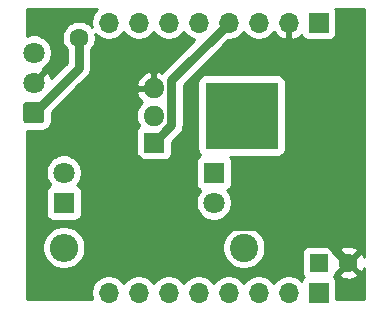
<source format=gbr>
%TF.GenerationSoftware,KiCad,Pcbnew,(5.1.7)-1*%
%TF.CreationDate,2020-12-07T09:32:12+01:00*%
%TF.ProjectId,RcOid,52634f69-642e-46b6-9963-61645f706362,1*%
%TF.SameCoordinates,Original*%
%TF.FileFunction,Copper,L2,Bot*%
%TF.FilePolarity,Positive*%
%FSLAX46Y46*%
G04 Gerber Fmt 4.6, Leading zero omitted, Abs format (unit mm)*
G04 Created by KiCad (PCBNEW (5.1.7)-1) date 2020-12-07 09:32:12*
%MOMM*%
%LPD*%
G01*
G04 APERTURE LIST*
%TA.AperFunction,ComponentPad*%
%ADD10O,1.800000X1.717500*%
%TD*%
%TA.AperFunction,ComponentPad*%
%ADD11R,1.800000X1.717500*%
%TD*%
%TA.AperFunction,SMDPad,CuDef*%
%ADD12R,6.200000X5.700000*%
%TD*%
%TA.AperFunction,ComponentPad*%
%ADD13C,1.800000*%
%TD*%
%TA.AperFunction,ComponentPad*%
%ADD14R,1.800000X1.800000*%
%TD*%
%TA.AperFunction,ComponentPad*%
%ADD15R,1.600000X1.600000*%
%TD*%
%TA.AperFunction,ComponentPad*%
%ADD16C,1.600000*%
%TD*%
%TA.AperFunction,ComponentPad*%
%ADD17R,1.700000X1.700000*%
%TD*%
%TA.AperFunction,ComponentPad*%
%ADD18O,1.700000X1.700000*%
%TD*%
%TA.AperFunction,ComponentPad*%
%ADD19C,2.400000*%
%TD*%
%TA.AperFunction,ComponentPad*%
%ADD20O,2.400000X2.400000*%
%TD*%
%TA.AperFunction,ViaPad*%
%ADD21C,1.600000*%
%TD*%
%TA.AperFunction,Conductor*%
%ADD22C,0.800000*%
%TD*%
%TA.AperFunction,Conductor*%
%ADD23C,0.254000*%
%TD*%
%TA.AperFunction,Conductor*%
%ADD24C,0.100000*%
%TD*%
G04 APERTURE END LIST*
D10*
%TO.P,Q1,3*%
%TO.N,GND*%
X134620000Y-99560000D03*
%TO.P,Q1,2*%
%TO.N,Net-(D1-Pad1)*%
X134620000Y-101850000D03*
D11*
%TO.P,Q1,1*%
%TO.N,Net-(J1-Pad4)*%
X134620000Y-104140000D03*
D12*
%TO.P,Q1,4*%
%TO.N,N/C*%
X142053333Y-101850000D03*
%TD*%
D13*
%TO.P,D2,2*%
%TO.N,Net-(D2-Pad2)*%
X139700000Y-109220000D03*
D14*
%TO.P,D2,1*%
%TO.N,Net-(D1-Pad2)*%
X139700000Y-106680000D03*
%TD*%
D13*
%TO.P,D1,2*%
%TO.N,Net-(D1-Pad2)*%
X127000000Y-106680000D03*
D14*
%TO.P,D1,1*%
%TO.N,Net-(D1-Pad1)*%
X127000000Y-109220000D03*
%TD*%
D15*
%TO.P,C1,1*%
%TO.N,+3V3*%
X148590000Y-114300000D03*
D16*
%TO.P,C1,2*%
%TO.N,GND*%
X151090000Y-114300000D03*
%TD*%
D17*
%TO.P,J1,1*%
%TO.N,Net-(J1-Pad1)*%
X148590000Y-93980000D03*
D18*
%TO.P,J1,2*%
%TO.N,GND*%
X146050000Y-93980000D03*
%TO.P,J1,3*%
%TO.N,Net-(J1-Pad3)*%
X143510000Y-93980000D03*
%TO.P,J1,4*%
%TO.N,Net-(J1-Pad4)*%
X140970000Y-93980000D03*
%TO.P,J1,5*%
%TO.N,Net-(J1-Pad5)*%
X138430000Y-93980000D03*
%TO.P,J1,6*%
%TO.N,Net-(J1-Pad6)*%
X135890000Y-93980000D03*
%TO.P,J1,7*%
%TO.N,Net-(J1-Pad7)*%
X133350000Y-93980000D03*
%TO.P,J1,8*%
%TO.N,Net-(J1-Pad8)*%
X130810000Y-93980000D03*
%TD*%
%TO.P,J2,8*%
%TO.N,Net-(J2-Pad8)*%
X130810000Y-116840000D03*
%TO.P,J2,7*%
%TO.N,Net-(J2-Pad7)*%
X133350000Y-116840000D03*
%TO.P,J2,6*%
%TO.N,Net-(J2-Pad6)*%
X135890000Y-116840000D03*
%TO.P,J2,5*%
%TO.N,Net-(J2-Pad5)*%
X138430000Y-116840000D03*
%TO.P,J2,4*%
%TO.N,Net-(J2-Pad4)*%
X140970000Y-116840000D03*
%TO.P,J2,3*%
%TO.N,Net-(J2-Pad3)*%
X143510000Y-116840000D03*
%TO.P,J2,2*%
%TO.N,Net-(J2-Pad2)*%
X146050000Y-116840000D03*
D17*
%TO.P,J2,1*%
%TO.N,+3V3*%
X148590000Y-116840000D03*
%TD*%
D19*
%TO.P,R1,1*%
%TO.N,+3V3*%
X142240000Y-113030000D03*
D20*
%TO.P,R1,2*%
%TO.N,Net-(D2-Pad2)*%
X127000000Y-113030000D03*
%TD*%
%TO.P,U1,1*%
%TO.N,Net-(J1-Pad3)*%
%TA.AperFunction,ComponentPad*%
G36*
G01*
X125109800Y-102500000D02*
X123810200Y-102500000D01*
G75*
G02*
X123560000Y-102249800I0J250200D01*
G01*
X123560000Y-100950200D01*
G75*
G02*
X123810200Y-100700000I250200J0D01*
G01*
X125109800Y-100700000D01*
G75*
G02*
X125360000Y-100950200I0J-250200D01*
G01*
X125360000Y-102249800D01*
G75*
G02*
X125109800Y-102500000I-250200J0D01*
G01*
G37*
%TD.AperFunction*%
D13*
%TO.P,U1,2*%
%TO.N,GND*%
X124460000Y-99060000D03*
%TO.P,U1,3*%
%TO.N,+3V3*%
X124460000Y-96520000D03*
%TD*%
D21*
%TO.N,GND*%
X128270000Y-102870000D03*
%TO.N,Net-(J1-Pad3)*%
X128270000Y-95250000D03*
%TD*%
D22*
%TO.N,GND*%
X148019999Y-111229999D02*
X151090000Y-114300000D01*
X133119990Y-105478742D02*
X138871247Y-111229999D01*
X138871247Y-111229999D02*
X148019999Y-111229999D01*
X133119990Y-105478742D02*
X130878742Y-105478742D01*
X130878742Y-105478742D02*
X128270000Y-102870000D01*
%TO.N,Net-(J1-Pad3)*%
X128270000Y-97790000D02*
X124460000Y-101600000D01*
X128270000Y-95250000D02*
X128270000Y-97790000D01*
%TO.N,Net-(J1-Pad4)*%
X136120010Y-98829990D02*
X140970000Y-93980000D01*
X136120010Y-102639990D02*
X136120010Y-98829990D01*
X134620000Y-104140000D02*
X136120010Y-102639990D01*
%TD*%
D23*
%TO.N,GND*%
X152455000Y-113855392D02*
X152393603Y-113683708D01*
X152326671Y-113558486D01*
X152082702Y-113486903D01*
X151269605Y-114300000D01*
X152082702Y-115113097D01*
X152326671Y-115041514D01*
X152447571Y-114786004D01*
X152455000Y-114756366D01*
X152455000Y-117375000D01*
X150078072Y-117375000D01*
X150078072Y-115990000D01*
X150065812Y-115865518D01*
X150029502Y-115745820D01*
X149970537Y-115635506D01*
X149891185Y-115538815D01*
X149867374Y-115519274D01*
X149920537Y-115454494D01*
X149979502Y-115344180D01*
X149995117Y-115292702D01*
X150276903Y-115292702D01*
X150348486Y-115536671D01*
X150603996Y-115657571D01*
X150878184Y-115726300D01*
X151160512Y-115740217D01*
X151440130Y-115698787D01*
X151706292Y-115603603D01*
X151831514Y-115536671D01*
X151903097Y-115292702D01*
X151090000Y-114479605D01*
X150276903Y-115292702D01*
X149995117Y-115292702D01*
X150015812Y-115224482D01*
X150028072Y-115100000D01*
X150028072Y-115092785D01*
X150097298Y-115113097D01*
X150910395Y-114300000D01*
X150097298Y-113486903D01*
X150028072Y-113507215D01*
X150028072Y-113500000D01*
X150015812Y-113375518D01*
X149995118Y-113307298D01*
X150276903Y-113307298D01*
X151090000Y-114120395D01*
X151903097Y-113307298D01*
X151831514Y-113063329D01*
X151576004Y-112942429D01*
X151301816Y-112873700D01*
X151019488Y-112859783D01*
X150739870Y-112901213D01*
X150473708Y-112996397D01*
X150348486Y-113063329D01*
X150276903Y-113307298D01*
X149995118Y-113307298D01*
X149979502Y-113255820D01*
X149920537Y-113145506D01*
X149841185Y-113048815D01*
X149744494Y-112969463D01*
X149634180Y-112910498D01*
X149514482Y-112874188D01*
X149390000Y-112861928D01*
X147790000Y-112861928D01*
X147665518Y-112874188D01*
X147545820Y-112910498D01*
X147435506Y-112969463D01*
X147338815Y-113048815D01*
X147259463Y-113145506D01*
X147200498Y-113255820D01*
X147164188Y-113375518D01*
X147151928Y-113500000D01*
X147151928Y-115100000D01*
X147164188Y-115224482D01*
X147200498Y-115344180D01*
X147259463Y-115454494D01*
X147312626Y-115519274D01*
X147288815Y-115538815D01*
X147209463Y-115635506D01*
X147150498Y-115745820D01*
X147128487Y-115818380D01*
X146996632Y-115686525D01*
X146753411Y-115524010D01*
X146483158Y-115412068D01*
X146196260Y-115355000D01*
X145903740Y-115355000D01*
X145616842Y-115412068D01*
X145346589Y-115524010D01*
X145103368Y-115686525D01*
X144896525Y-115893368D01*
X144780000Y-116067760D01*
X144663475Y-115893368D01*
X144456632Y-115686525D01*
X144213411Y-115524010D01*
X143943158Y-115412068D01*
X143656260Y-115355000D01*
X143363740Y-115355000D01*
X143076842Y-115412068D01*
X142806589Y-115524010D01*
X142563368Y-115686525D01*
X142356525Y-115893368D01*
X142240000Y-116067760D01*
X142123475Y-115893368D01*
X141916632Y-115686525D01*
X141673411Y-115524010D01*
X141403158Y-115412068D01*
X141116260Y-115355000D01*
X140823740Y-115355000D01*
X140536842Y-115412068D01*
X140266589Y-115524010D01*
X140023368Y-115686525D01*
X139816525Y-115893368D01*
X139700000Y-116067760D01*
X139583475Y-115893368D01*
X139376632Y-115686525D01*
X139133411Y-115524010D01*
X138863158Y-115412068D01*
X138576260Y-115355000D01*
X138283740Y-115355000D01*
X137996842Y-115412068D01*
X137726589Y-115524010D01*
X137483368Y-115686525D01*
X137276525Y-115893368D01*
X137160000Y-116067760D01*
X137043475Y-115893368D01*
X136836632Y-115686525D01*
X136593411Y-115524010D01*
X136323158Y-115412068D01*
X136036260Y-115355000D01*
X135743740Y-115355000D01*
X135456842Y-115412068D01*
X135186589Y-115524010D01*
X134943368Y-115686525D01*
X134736525Y-115893368D01*
X134620000Y-116067760D01*
X134503475Y-115893368D01*
X134296632Y-115686525D01*
X134053411Y-115524010D01*
X133783158Y-115412068D01*
X133496260Y-115355000D01*
X133203740Y-115355000D01*
X132916842Y-115412068D01*
X132646589Y-115524010D01*
X132403368Y-115686525D01*
X132196525Y-115893368D01*
X132080000Y-116067760D01*
X131963475Y-115893368D01*
X131756632Y-115686525D01*
X131513411Y-115524010D01*
X131243158Y-115412068D01*
X130956260Y-115355000D01*
X130663740Y-115355000D01*
X130376842Y-115412068D01*
X130106589Y-115524010D01*
X129863368Y-115686525D01*
X129656525Y-115893368D01*
X129494010Y-116136589D01*
X129382068Y-116406842D01*
X129325000Y-116693740D01*
X129325000Y-116986260D01*
X129382068Y-117273158D01*
X129424252Y-117375000D01*
X123925000Y-117375000D01*
X123925000Y-112849268D01*
X125165000Y-112849268D01*
X125165000Y-113210732D01*
X125235518Y-113565250D01*
X125373844Y-113899199D01*
X125574662Y-114199744D01*
X125830256Y-114455338D01*
X126130801Y-114656156D01*
X126464750Y-114794482D01*
X126819268Y-114865000D01*
X127180732Y-114865000D01*
X127535250Y-114794482D01*
X127869199Y-114656156D01*
X128169744Y-114455338D01*
X128425338Y-114199744D01*
X128626156Y-113899199D01*
X128764482Y-113565250D01*
X128835000Y-113210732D01*
X128835000Y-112849268D01*
X140405000Y-112849268D01*
X140405000Y-113210732D01*
X140475518Y-113565250D01*
X140613844Y-113899199D01*
X140814662Y-114199744D01*
X141070256Y-114455338D01*
X141370801Y-114656156D01*
X141704750Y-114794482D01*
X142059268Y-114865000D01*
X142420732Y-114865000D01*
X142775250Y-114794482D01*
X143109199Y-114656156D01*
X143409744Y-114455338D01*
X143665338Y-114199744D01*
X143866156Y-113899199D01*
X144004482Y-113565250D01*
X144075000Y-113210732D01*
X144075000Y-112849268D01*
X144004482Y-112494750D01*
X143866156Y-112160801D01*
X143665338Y-111860256D01*
X143409744Y-111604662D01*
X143109199Y-111403844D01*
X142775250Y-111265518D01*
X142420732Y-111195000D01*
X142059268Y-111195000D01*
X141704750Y-111265518D01*
X141370801Y-111403844D01*
X141070256Y-111604662D01*
X140814662Y-111860256D01*
X140613844Y-112160801D01*
X140475518Y-112494750D01*
X140405000Y-112849268D01*
X128835000Y-112849268D01*
X128764482Y-112494750D01*
X128626156Y-112160801D01*
X128425338Y-111860256D01*
X128169744Y-111604662D01*
X127869199Y-111403844D01*
X127535250Y-111265518D01*
X127180732Y-111195000D01*
X126819268Y-111195000D01*
X126464750Y-111265518D01*
X126130801Y-111403844D01*
X125830256Y-111604662D01*
X125574662Y-111860256D01*
X125373844Y-112160801D01*
X125235518Y-112494750D01*
X125165000Y-112849268D01*
X123925000Y-112849268D01*
X123925000Y-108320000D01*
X125461928Y-108320000D01*
X125461928Y-110120000D01*
X125474188Y-110244482D01*
X125510498Y-110364180D01*
X125569463Y-110474494D01*
X125648815Y-110571185D01*
X125745506Y-110650537D01*
X125855820Y-110709502D01*
X125975518Y-110745812D01*
X126100000Y-110758072D01*
X127900000Y-110758072D01*
X128024482Y-110745812D01*
X128144180Y-110709502D01*
X128254494Y-110650537D01*
X128351185Y-110571185D01*
X128430537Y-110474494D01*
X128489502Y-110364180D01*
X128525812Y-110244482D01*
X128538072Y-110120000D01*
X128538072Y-108320000D01*
X128525812Y-108195518D01*
X128489502Y-108075820D01*
X128430537Y-107965506D01*
X128351185Y-107868815D01*
X128254494Y-107789463D01*
X128144180Y-107730498D01*
X128125873Y-107724944D01*
X128192312Y-107658505D01*
X128360299Y-107407095D01*
X128476011Y-107127743D01*
X128535000Y-106831184D01*
X128535000Y-106528816D01*
X128476011Y-106232257D01*
X128360299Y-105952905D01*
X128244768Y-105780000D01*
X138161928Y-105780000D01*
X138161928Y-107580000D01*
X138174188Y-107704482D01*
X138210498Y-107824180D01*
X138269463Y-107934494D01*
X138348815Y-108031185D01*
X138445506Y-108110537D01*
X138555820Y-108169502D01*
X138574127Y-108175056D01*
X138507688Y-108241495D01*
X138339701Y-108492905D01*
X138223989Y-108772257D01*
X138165000Y-109068816D01*
X138165000Y-109371184D01*
X138223989Y-109667743D01*
X138339701Y-109947095D01*
X138507688Y-110198505D01*
X138721495Y-110412312D01*
X138972905Y-110580299D01*
X139252257Y-110696011D01*
X139548816Y-110755000D01*
X139851184Y-110755000D01*
X140147743Y-110696011D01*
X140427095Y-110580299D01*
X140678505Y-110412312D01*
X140892312Y-110198505D01*
X141060299Y-109947095D01*
X141176011Y-109667743D01*
X141235000Y-109371184D01*
X141235000Y-109068816D01*
X141176011Y-108772257D01*
X141060299Y-108492905D01*
X140892312Y-108241495D01*
X140825873Y-108175056D01*
X140844180Y-108169502D01*
X140954494Y-108110537D01*
X141051185Y-108031185D01*
X141130537Y-107934494D01*
X141189502Y-107824180D01*
X141225812Y-107704482D01*
X141238072Y-107580000D01*
X141238072Y-105780000D01*
X141225812Y-105655518D01*
X141189502Y-105535820D01*
X141130537Y-105425506D01*
X141058782Y-105338072D01*
X145153333Y-105338072D01*
X145277815Y-105325812D01*
X145397513Y-105289502D01*
X145507827Y-105230537D01*
X145604518Y-105151185D01*
X145683870Y-105054494D01*
X145742835Y-104944180D01*
X145779145Y-104824482D01*
X145791405Y-104700000D01*
X145791405Y-99000000D01*
X145779145Y-98875518D01*
X145742835Y-98755820D01*
X145683870Y-98645506D01*
X145604518Y-98548815D01*
X145507827Y-98469463D01*
X145397513Y-98410498D01*
X145277815Y-98374188D01*
X145153333Y-98361928D01*
X138953333Y-98361928D01*
X138828851Y-98374188D01*
X138709153Y-98410498D01*
X138598839Y-98469463D01*
X138502148Y-98548815D01*
X138422796Y-98645506D01*
X138363831Y-98755820D01*
X138327521Y-98875518D01*
X138315261Y-99000000D01*
X138315261Y-104700000D01*
X138327521Y-104824482D01*
X138363831Y-104944180D01*
X138422796Y-105054494D01*
X138502148Y-105151185D01*
X138552327Y-105192365D01*
X138445506Y-105249463D01*
X138348815Y-105328815D01*
X138269463Y-105425506D01*
X138210498Y-105535820D01*
X138174188Y-105655518D01*
X138161928Y-105780000D01*
X128244768Y-105780000D01*
X128192312Y-105701495D01*
X127978505Y-105487688D01*
X127727095Y-105319701D01*
X127447743Y-105203989D01*
X127151184Y-105145000D01*
X126848816Y-105145000D01*
X126552257Y-105203989D01*
X126272905Y-105319701D01*
X126021495Y-105487688D01*
X125807688Y-105701495D01*
X125639701Y-105952905D01*
X125523989Y-106232257D01*
X125465000Y-106528816D01*
X125465000Y-106831184D01*
X125523989Y-107127743D01*
X125639701Y-107407095D01*
X125807688Y-107658505D01*
X125874127Y-107724944D01*
X125855820Y-107730498D01*
X125745506Y-107789463D01*
X125648815Y-107868815D01*
X125569463Y-107965506D01*
X125510498Y-108075820D01*
X125474188Y-108195518D01*
X125461928Y-108320000D01*
X123925000Y-108320000D01*
X123925000Y-103138072D01*
X125109800Y-103138072D01*
X125283093Y-103121004D01*
X125449727Y-103070456D01*
X125603297Y-102988371D01*
X125737903Y-102877903D01*
X125848371Y-102743297D01*
X125930456Y-102589727D01*
X125981004Y-102423093D01*
X125998072Y-102249800D01*
X125998072Y-101525638D01*
X128321974Y-99201736D01*
X133128600Y-99201736D01*
X133249805Y-99433000D01*
X134493000Y-99433000D01*
X134493000Y-98228646D01*
X134260952Y-98101656D01*
X133982550Y-98191677D01*
X133727059Y-98334282D01*
X133504298Y-98523990D01*
X133322828Y-98753512D01*
X133189622Y-99014027D01*
X133128600Y-99201736D01*
X128321974Y-99201736D01*
X128965908Y-98557803D01*
X129005396Y-98525396D01*
X129051299Y-98469463D01*
X129134734Y-98367798D01*
X129196525Y-98252193D01*
X129230841Y-98187993D01*
X129290024Y-97992895D01*
X129305000Y-97840838D01*
X129305000Y-97840835D01*
X129310007Y-97790000D01*
X129305000Y-97739165D01*
X129305000Y-96244396D01*
X129384637Y-96164759D01*
X129541680Y-95929727D01*
X129649853Y-95668574D01*
X129705000Y-95391335D01*
X129705000Y-95108665D01*
X129671837Y-94941944D01*
X129863368Y-95133475D01*
X130106589Y-95295990D01*
X130376842Y-95407932D01*
X130663740Y-95465000D01*
X130956260Y-95465000D01*
X131243158Y-95407932D01*
X131513411Y-95295990D01*
X131756632Y-95133475D01*
X131963475Y-94926632D01*
X132080000Y-94752240D01*
X132196525Y-94926632D01*
X132403368Y-95133475D01*
X132646589Y-95295990D01*
X132916842Y-95407932D01*
X133203740Y-95465000D01*
X133496260Y-95465000D01*
X133783158Y-95407932D01*
X134053411Y-95295990D01*
X134296632Y-95133475D01*
X134503475Y-94926632D01*
X134620000Y-94752240D01*
X134736525Y-94926632D01*
X134943368Y-95133475D01*
X135186589Y-95295990D01*
X135456842Y-95407932D01*
X135743740Y-95465000D01*
X136036260Y-95465000D01*
X136323158Y-95407932D01*
X136593411Y-95295990D01*
X136836632Y-95133475D01*
X137043475Y-94926632D01*
X137160000Y-94752240D01*
X137276525Y-94926632D01*
X137483368Y-95133475D01*
X137726589Y-95295990D01*
X137996842Y-95407932D01*
X138064833Y-95421456D01*
X135424102Y-98062187D01*
X135384615Y-98094594D01*
X135352208Y-98134082D01*
X135352207Y-98134083D01*
X135290021Y-98209857D01*
X135257450Y-98191677D01*
X134979048Y-98101656D01*
X134747000Y-98228646D01*
X134747000Y-99433000D01*
X134767000Y-99433000D01*
X134767000Y-99687000D01*
X134747000Y-99687000D01*
X134747000Y-99707000D01*
X134493000Y-99707000D01*
X134493000Y-99687000D01*
X133249805Y-99687000D01*
X133128600Y-99918264D01*
X133189622Y-100105973D01*
X133322828Y-100366488D01*
X133504298Y-100596010D01*
X133625921Y-100699587D01*
X133517399Y-100788649D01*
X133330733Y-101016102D01*
X133192028Y-101275601D01*
X133106614Y-101557174D01*
X133077773Y-101850000D01*
X133106614Y-102142826D01*
X133192028Y-102424399D01*
X133330733Y-102683898D01*
X133379450Y-102743260D01*
X133365506Y-102750713D01*
X133268815Y-102830065D01*
X133189463Y-102926756D01*
X133130498Y-103037070D01*
X133094188Y-103156768D01*
X133081928Y-103281250D01*
X133081928Y-104998750D01*
X133094188Y-105123232D01*
X133130498Y-105242930D01*
X133189463Y-105353244D01*
X133268815Y-105449935D01*
X133365506Y-105529287D01*
X133475820Y-105588252D01*
X133595518Y-105624562D01*
X133720000Y-105636822D01*
X135520000Y-105636822D01*
X135644482Y-105624562D01*
X135764180Y-105588252D01*
X135874494Y-105529287D01*
X135971185Y-105449935D01*
X136050537Y-105353244D01*
X136109502Y-105242930D01*
X136145812Y-105123232D01*
X136158072Y-104998750D01*
X136158072Y-104065639D01*
X136815918Y-103407793D01*
X136855406Y-103375386D01*
X136984744Y-103217787D01*
X137080851Y-103037983D01*
X137140034Y-102842885D01*
X137155010Y-102690828D01*
X137155010Y-102690819D01*
X137160016Y-102639991D01*
X137155010Y-102589163D01*
X137155010Y-99258700D01*
X140948711Y-95465000D01*
X141116260Y-95465000D01*
X141403158Y-95407932D01*
X141673411Y-95295990D01*
X141916632Y-95133475D01*
X142123475Y-94926632D01*
X142240000Y-94752240D01*
X142356525Y-94926632D01*
X142563368Y-95133475D01*
X142806589Y-95295990D01*
X143076842Y-95407932D01*
X143363740Y-95465000D01*
X143656260Y-95465000D01*
X143943158Y-95407932D01*
X144213411Y-95295990D01*
X144456632Y-95133475D01*
X144663475Y-94926632D01*
X144785195Y-94744466D01*
X144854822Y-94861355D01*
X145049731Y-95077588D01*
X145283080Y-95251641D01*
X145545901Y-95376825D01*
X145693110Y-95421476D01*
X145923000Y-95300155D01*
X145923000Y-94107000D01*
X145903000Y-94107000D01*
X145903000Y-93853000D01*
X145923000Y-93853000D01*
X145923000Y-93833000D01*
X146177000Y-93833000D01*
X146177000Y-93853000D01*
X146197000Y-93853000D01*
X146197000Y-94107000D01*
X146177000Y-94107000D01*
X146177000Y-95300155D01*
X146406890Y-95421476D01*
X146554099Y-95376825D01*
X146816920Y-95251641D01*
X147050269Y-95077588D01*
X147126034Y-94993534D01*
X147150498Y-95074180D01*
X147209463Y-95184494D01*
X147288815Y-95281185D01*
X147385506Y-95360537D01*
X147495820Y-95419502D01*
X147615518Y-95455812D01*
X147740000Y-95468072D01*
X149440000Y-95468072D01*
X149564482Y-95455812D01*
X149684180Y-95419502D01*
X149794494Y-95360537D01*
X149891185Y-95281185D01*
X149970537Y-95184494D01*
X150029502Y-95074180D01*
X150065812Y-94954482D01*
X150078072Y-94830000D01*
X150078072Y-93130000D01*
X150065812Y-93005518D01*
X150029502Y-92885820D01*
X150007683Y-92845001D01*
X152455001Y-92845001D01*
X152455000Y-113855392D01*
%TA.AperFunction,Conductor*%
D24*
G36*
X152455000Y-113855392D02*
G01*
X152393603Y-113683708D01*
X152326671Y-113558486D01*
X152082702Y-113486903D01*
X151269605Y-114300000D01*
X152082702Y-115113097D01*
X152326671Y-115041514D01*
X152447571Y-114786004D01*
X152455000Y-114756366D01*
X152455000Y-117375000D01*
X150078072Y-117375000D01*
X150078072Y-115990000D01*
X150065812Y-115865518D01*
X150029502Y-115745820D01*
X149970537Y-115635506D01*
X149891185Y-115538815D01*
X149867374Y-115519274D01*
X149920537Y-115454494D01*
X149979502Y-115344180D01*
X149995117Y-115292702D01*
X150276903Y-115292702D01*
X150348486Y-115536671D01*
X150603996Y-115657571D01*
X150878184Y-115726300D01*
X151160512Y-115740217D01*
X151440130Y-115698787D01*
X151706292Y-115603603D01*
X151831514Y-115536671D01*
X151903097Y-115292702D01*
X151090000Y-114479605D01*
X150276903Y-115292702D01*
X149995117Y-115292702D01*
X150015812Y-115224482D01*
X150028072Y-115100000D01*
X150028072Y-115092785D01*
X150097298Y-115113097D01*
X150910395Y-114300000D01*
X150097298Y-113486903D01*
X150028072Y-113507215D01*
X150028072Y-113500000D01*
X150015812Y-113375518D01*
X149995118Y-113307298D01*
X150276903Y-113307298D01*
X151090000Y-114120395D01*
X151903097Y-113307298D01*
X151831514Y-113063329D01*
X151576004Y-112942429D01*
X151301816Y-112873700D01*
X151019488Y-112859783D01*
X150739870Y-112901213D01*
X150473708Y-112996397D01*
X150348486Y-113063329D01*
X150276903Y-113307298D01*
X149995118Y-113307298D01*
X149979502Y-113255820D01*
X149920537Y-113145506D01*
X149841185Y-113048815D01*
X149744494Y-112969463D01*
X149634180Y-112910498D01*
X149514482Y-112874188D01*
X149390000Y-112861928D01*
X147790000Y-112861928D01*
X147665518Y-112874188D01*
X147545820Y-112910498D01*
X147435506Y-112969463D01*
X147338815Y-113048815D01*
X147259463Y-113145506D01*
X147200498Y-113255820D01*
X147164188Y-113375518D01*
X147151928Y-113500000D01*
X147151928Y-115100000D01*
X147164188Y-115224482D01*
X147200498Y-115344180D01*
X147259463Y-115454494D01*
X147312626Y-115519274D01*
X147288815Y-115538815D01*
X147209463Y-115635506D01*
X147150498Y-115745820D01*
X147128487Y-115818380D01*
X146996632Y-115686525D01*
X146753411Y-115524010D01*
X146483158Y-115412068D01*
X146196260Y-115355000D01*
X145903740Y-115355000D01*
X145616842Y-115412068D01*
X145346589Y-115524010D01*
X145103368Y-115686525D01*
X144896525Y-115893368D01*
X144780000Y-116067760D01*
X144663475Y-115893368D01*
X144456632Y-115686525D01*
X144213411Y-115524010D01*
X143943158Y-115412068D01*
X143656260Y-115355000D01*
X143363740Y-115355000D01*
X143076842Y-115412068D01*
X142806589Y-115524010D01*
X142563368Y-115686525D01*
X142356525Y-115893368D01*
X142240000Y-116067760D01*
X142123475Y-115893368D01*
X141916632Y-115686525D01*
X141673411Y-115524010D01*
X141403158Y-115412068D01*
X141116260Y-115355000D01*
X140823740Y-115355000D01*
X140536842Y-115412068D01*
X140266589Y-115524010D01*
X140023368Y-115686525D01*
X139816525Y-115893368D01*
X139700000Y-116067760D01*
X139583475Y-115893368D01*
X139376632Y-115686525D01*
X139133411Y-115524010D01*
X138863158Y-115412068D01*
X138576260Y-115355000D01*
X138283740Y-115355000D01*
X137996842Y-115412068D01*
X137726589Y-115524010D01*
X137483368Y-115686525D01*
X137276525Y-115893368D01*
X137160000Y-116067760D01*
X137043475Y-115893368D01*
X136836632Y-115686525D01*
X136593411Y-115524010D01*
X136323158Y-115412068D01*
X136036260Y-115355000D01*
X135743740Y-115355000D01*
X135456842Y-115412068D01*
X135186589Y-115524010D01*
X134943368Y-115686525D01*
X134736525Y-115893368D01*
X134620000Y-116067760D01*
X134503475Y-115893368D01*
X134296632Y-115686525D01*
X134053411Y-115524010D01*
X133783158Y-115412068D01*
X133496260Y-115355000D01*
X133203740Y-115355000D01*
X132916842Y-115412068D01*
X132646589Y-115524010D01*
X132403368Y-115686525D01*
X132196525Y-115893368D01*
X132080000Y-116067760D01*
X131963475Y-115893368D01*
X131756632Y-115686525D01*
X131513411Y-115524010D01*
X131243158Y-115412068D01*
X130956260Y-115355000D01*
X130663740Y-115355000D01*
X130376842Y-115412068D01*
X130106589Y-115524010D01*
X129863368Y-115686525D01*
X129656525Y-115893368D01*
X129494010Y-116136589D01*
X129382068Y-116406842D01*
X129325000Y-116693740D01*
X129325000Y-116986260D01*
X129382068Y-117273158D01*
X129424252Y-117375000D01*
X123925000Y-117375000D01*
X123925000Y-112849268D01*
X125165000Y-112849268D01*
X125165000Y-113210732D01*
X125235518Y-113565250D01*
X125373844Y-113899199D01*
X125574662Y-114199744D01*
X125830256Y-114455338D01*
X126130801Y-114656156D01*
X126464750Y-114794482D01*
X126819268Y-114865000D01*
X127180732Y-114865000D01*
X127535250Y-114794482D01*
X127869199Y-114656156D01*
X128169744Y-114455338D01*
X128425338Y-114199744D01*
X128626156Y-113899199D01*
X128764482Y-113565250D01*
X128835000Y-113210732D01*
X128835000Y-112849268D01*
X140405000Y-112849268D01*
X140405000Y-113210732D01*
X140475518Y-113565250D01*
X140613844Y-113899199D01*
X140814662Y-114199744D01*
X141070256Y-114455338D01*
X141370801Y-114656156D01*
X141704750Y-114794482D01*
X142059268Y-114865000D01*
X142420732Y-114865000D01*
X142775250Y-114794482D01*
X143109199Y-114656156D01*
X143409744Y-114455338D01*
X143665338Y-114199744D01*
X143866156Y-113899199D01*
X144004482Y-113565250D01*
X144075000Y-113210732D01*
X144075000Y-112849268D01*
X144004482Y-112494750D01*
X143866156Y-112160801D01*
X143665338Y-111860256D01*
X143409744Y-111604662D01*
X143109199Y-111403844D01*
X142775250Y-111265518D01*
X142420732Y-111195000D01*
X142059268Y-111195000D01*
X141704750Y-111265518D01*
X141370801Y-111403844D01*
X141070256Y-111604662D01*
X140814662Y-111860256D01*
X140613844Y-112160801D01*
X140475518Y-112494750D01*
X140405000Y-112849268D01*
X128835000Y-112849268D01*
X128764482Y-112494750D01*
X128626156Y-112160801D01*
X128425338Y-111860256D01*
X128169744Y-111604662D01*
X127869199Y-111403844D01*
X127535250Y-111265518D01*
X127180732Y-111195000D01*
X126819268Y-111195000D01*
X126464750Y-111265518D01*
X126130801Y-111403844D01*
X125830256Y-111604662D01*
X125574662Y-111860256D01*
X125373844Y-112160801D01*
X125235518Y-112494750D01*
X125165000Y-112849268D01*
X123925000Y-112849268D01*
X123925000Y-108320000D01*
X125461928Y-108320000D01*
X125461928Y-110120000D01*
X125474188Y-110244482D01*
X125510498Y-110364180D01*
X125569463Y-110474494D01*
X125648815Y-110571185D01*
X125745506Y-110650537D01*
X125855820Y-110709502D01*
X125975518Y-110745812D01*
X126100000Y-110758072D01*
X127900000Y-110758072D01*
X128024482Y-110745812D01*
X128144180Y-110709502D01*
X128254494Y-110650537D01*
X128351185Y-110571185D01*
X128430537Y-110474494D01*
X128489502Y-110364180D01*
X128525812Y-110244482D01*
X128538072Y-110120000D01*
X128538072Y-108320000D01*
X128525812Y-108195518D01*
X128489502Y-108075820D01*
X128430537Y-107965506D01*
X128351185Y-107868815D01*
X128254494Y-107789463D01*
X128144180Y-107730498D01*
X128125873Y-107724944D01*
X128192312Y-107658505D01*
X128360299Y-107407095D01*
X128476011Y-107127743D01*
X128535000Y-106831184D01*
X128535000Y-106528816D01*
X128476011Y-106232257D01*
X128360299Y-105952905D01*
X128244768Y-105780000D01*
X138161928Y-105780000D01*
X138161928Y-107580000D01*
X138174188Y-107704482D01*
X138210498Y-107824180D01*
X138269463Y-107934494D01*
X138348815Y-108031185D01*
X138445506Y-108110537D01*
X138555820Y-108169502D01*
X138574127Y-108175056D01*
X138507688Y-108241495D01*
X138339701Y-108492905D01*
X138223989Y-108772257D01*
X138165000Y-109068816D01*
X138165000Y-109371184D01*
X138223989Y-109667743D01*
X138339701Y-109947095D01*
X138507688Y-110198505D01*
X138721495Y-110412312D01*
X138972905Y-110580299D01*
X139252257Y-110696011D01*
X139548816Y-110755000D01*
X139851184Y-110755000D01*
X140147743Y-110696011D01*
X140427095Y-110580299D01*
X140678505Y-110412312D01*
X140892312Y-110198505D01*
X141060299Y-109947095D01*
X141176011Y-109667743D01*
X141235000Y-109371184D01*
X141235000Y-109068816D01*
X141176011Y-108772257D01*
X141060299Y-108492905D01*
X140892312Y-108241495D01*
X140825873Y-108175056D01*
X140844180Y-108169502D01*
X140954494Y-108110537D01*
X141051185Y-108031185D01*
X141130537Y-107934494D01*
X141189502Y-107824180D01*
X141225812Y-107704482D01*
X141238072Y-107580000D01*
X141238072Y-105780000D01*
X141225812Y-105655518D01*
X141189502Y-105535820D01*
X141130537Y-105425506D01*
X141058782Y-105338072D01*
X145153333Y-105338072D01*
X145277815Y-105325812D01*
X145397513Y-105289502D01*
X145507827Y-105230537D01*
X145604518Y-105151185D01*
X145683870Y-105054494D01*
X145742835Y-104944180D01*
X145779145Y-104824482D01*
X145791405Y-104700000D01*
X145791405Y-99000000D01*
X145779145Y-98875518D01*
X145742835Y-98755820D01*
X145683870Y-98645506D01*
X145604518Y-98548815D01*
X145507827Y-98469463D01*
X145397513Y-98410498D01*
X145277815Y-98374188D01*
X145153333Y-98361928D01*
X138953333Y-98361928D01*
X138828851Y-98374188D01*
X138709153Y-98410498D01*
X138598839Y-98469463D01*
X138502148Y-98548815D01*
X138422796Y-98645506D01*
X138363831Y-98755820D01*
X138327521Y-98875518D01*
X138315261Y-99000000D01*
X138315261Y-104700000D01*
X138327521Y-104824482D01*
X138363831Y-104944180D01*
X138422796Y-105054494D01*
X138502148Y-105151185D01*
X138552327Y-105192365D01*
X138445506Y-105249463D01*
X138348815Y-105328815D01*
X138269463Y-105425506D01*
X138210498Y-105535820D01*
X138174188Y-105655518D01*
X138161928Y-105780000D01*
X128244768Y-105780000D01*
X128192312Y-105701495D01*
X127978505Y-105487688D01*
X127727095Y-105319701D01*
X127447743Y-105203989D01*
X127151184Y-105145000D01*
X126848816Y-105145000D01*
X126552257Y-105203989D01*
X126272905Y-105319701D01*
X126021495Y-105487688D01*
X125807688Y-105701495D01*
X125639701Y-105952905D01*
X125523989Y-106232257D01*
X125465000Y-106528816D01*
X125465000Y-106831184D01*
X125523989Y-107127743D01*
X125639701Y-107407095D01*
X125807688Y-107658505D01*
X125874127Y-107724944D01*
X125855820Y-107730498D01*
X125745506Y-107789463D01*
X125648815Y-107868815D01*
X125569463Y-107965506D01*
X125510498Y-108075820D01*
X125474188Y-108195518D01*
X125461928Y-108320000D01*
X123925000Y-108320000D01*
X123925000Y-103138072D01*
X125109800Y-103138072D01*
X125283093Y-103121004D01*
X125449727Y-103070456D01*
X125603297Y-102988371D01*
X125737903Y-102877903D01*
X125848371Y-102743297D01*
X125930456Y-102589727D01*
X125981004Y-102423093D01*
X125998072Y-102249800D01*
X125998072Y-101525638D01*
X128321974Y-99201736D01*
X133128600Y-99201736D01*
X133249805Y-99433000D01*
X134493000Y-99433000D01*
X134493000Y-98228646D01*
X134260952Y-98101656D01*
X133982550Y-98191677D01*
X133727059Y-98334282D01*
X133504298Y-98523990D01*
X133322828Y-98753512D01*
X133189622Y-99014027D01*
X133128600Y-99201736D01*
X128321974Y-99201736D01*
X128965908Y-98557803D01*
X129005396Y-98525396D01*
X129051299Y-98469463D01*
X129134734Y-98367798D01*
X129196525Y-98252193D01*
X129230841Y-98187993D01*
X129290024Y-97992895D01*
X129305000Y-97840838D01*
X129305000Y-97840835D01*
X129310007Y-97790000D01*
X129305000Y-97739165D01*
X129305000Y-96244396D01*
X129384637Y-96164759D01*
X129541680Y-95929727D01*
X129649853Y-95668574D01*
X129705000Y-95391335D01*
X129705000Y-95108665D01*
X129671837Y-94941944D01*
X129863368Y-95133475D01*
X130106589Y-95295990D01*
X130376842Y-95407932D01*
X130663740Y-95465000D01*
X130956260Y-95465000D01*
X131243158Y-95407932D01*
X131513411Y-95295990D01*
X131756632Y-95133475D01*
X131963475Y-94926632D01*
X132080000Y-94752240D01*
X132196525Y-94926632D01*
X132403368Y-95133475D01*
X132646589Y-95295990D01*
X132916842Y-95407932D01*
X133203740Y-95465000D01*
X133496260Y-95465000D01*
X133783158Y-95407932D01*
X134053411Y-95295990D01*
X134296632Y-95133475D01*
X134503475Y-94926632D01*
X134620000Y-94752240D01*
X134736525Y-94926632D01*
X134943368Y-95133475D01*
X135186589Y-95295990D01*
X135456842Y-95407932D01*
X135743740Y-95465000D01*
X136036260Y-95465000D01*
X136323158Y-95407932D01*
X136593411Y-95295990D01*
X136836632Y-95133475D01*
X137043475Y-94926632D01*
X137160000Y-94752240D01*
X137276525Y-94926632D01*
X137483368Y-95133475D01*
X137726589Y-95295990D01*
X137996842Y-95407932D01*
X138064833Y-95421456D01*
X135424102Y-98062187D01*
X135384615Y-98094594D01*
X135352208Y-98134082D01*
X135352207Y-98134083D01*
X135290021Y-98209857D01*
X135257450Y-98191677D01*
X134979048Y-98101656D01*
X134747000Y-98228646D01*
X134747000Y-99433000D01*
X134767000Y-99433000D01*
X134767000Y-99687000D01*
X134747000Y-99687000D01*
X134747000Y-99707000D01*
X134493000Y-99707000D01*
X134493000Y-99687000D01*
X133249805Y-99687000D01*
X133128600Y-99918264D01*
X133189622Y-100105973D01*
X133322828Y-100366488D01*
X133504298Y-100596010D01*
X133625921Y-100699587D01*
X133517399Y-100788649D01*
X133330733Y-101016102D01*
X133192028Y-101275601D01*
X133106614Y-101557174D01*
X133077773Y-101850000D01*
X133106614Y-102142826D01*
X133192028Y-102424399D01*
X133330733Y-102683898D01*
X133379450Y-102743260D01*
X133365506Y-102750713D01*
X133268815Y-102830065D01*
X133189463Y-102926756D01*
X133130498Y-103037070D01*
X133094188Y-103156768D01*
X133081928Y-103281250D01*
X133081928Y-104998750D01*
X133094188Y-105123232D01*
X133130498Y-105242930D01*
X133189463Y-105353244D01*
X133268815Y-105449935D01*
X133365506Y-105529287D01*
X133475820Y-105588252D01*
X133595518Y-105624562D01*
X133720000Y-105636822D01*
X135520000Y-105636822D01*
X135644482Y-105624562D01*
X135764180Y-105588252D01*
X135874494Y-105529287D01*
X135971185Y-105449935D01*
X136050537Y-105353244D01*
X136109502Y-105242930D01*
X136145812Y-105123232D01*
X136158072Y-104998750D01*
X136158072Y-104065639D01*
X136815918Y-103407793D01*
X136855406Y-103375386D01*
X136984744Y-103217787D01*
X137080851Y-103037983D01*
X137140034Y-102842885D01*
X137155010Y-102690828D01*
X137155010Y-102690819D01*
X137160016Y-102639991D01*
X137155010Y-102589163D01*
X137155010Y-99258700D01*
X140948711Y-95465000D01*
X141116260Y-95465000D01*
X141403158Y-95407932D01*
X141673411Y-95295990D01*
X141916632Y-95133475D01*
X142123475Y-94926632D01*
X142240000Y-94752240D01*
X142356525Y-94926632D01*
X142563368Y-95133475D01*
X142806589Y-95295990D01*
X143076842Y-95407932D01*
X143363740Y-95465000D01*
X143656260Y-95465000D01*
X143943158Y-95407932D01*
X144213411Y-95295990D01*
X144456632Y-95133475D01*
X144663475Y-94926632D01*
X144785195Y-94744466D01*
X144854822Y-94861355D01*
X145049731Y-95077588D01*
X145283080Y-95251641D01*
X145545901Y-95376825D01*
X145693110Y-95421476D01*
X145923000Y-95300155D01*
X145923000Y-94107000D01*
X145903000Y-94107000D01*
X145903000Y-93853000D01*
X145923000Y-93853000D01*
X145923000Y-93833000D01*
X146177000Y-93833000D01*
X146177000Y-93853000D01*
X146197000Y-93853000D01*
X146197000Y-94107000D01*
X146177000Y-94107000D01*
X146177000Y-95300155D01*
X146406890Y-95421476D01*
X146554099Y-95376825D01*
X146816920Y-95251641D01*
X147050269Y-95077588D01*
X147126034Y-94993534D01*
X147150498Y-95074180D01*
X147209463Y-95184494D01*
X147288815Y-95281185D01*
X147385506Y-95360537D01*
X147495820Y-95419502D01*
X147615518Y-95455812D01*
X147740000Y-95468072D01*
X149440000Y-95468072D01*
X149564482Y-95455812D01*
X149684180Y-95419502D01*
X149794494Y-95360537D01*
X149891185Y-95281185D01*
X149970537Y-95184494D01*
X150029502Y-95074180D01*
X150065812Y-94954482D01*
X150078072Y-94830000D01*
X150078072Y-93130000D01*
X150065812Y-93005518D01*
X150029502Y-92885820D01*
X150007683Y-92845001D01*
X152455001Y-92845001D01*
X152455000Y-113855392D01*
G37*
%TD.AperFunction*%
D23*
X129656525Y-93033368D02*
X129494010Y-93276589D01*
X129382068Y-93546842D01*
X129325000Y-93833740D01*
X129325000Y-94126260D01*
X129362083Y-94312687D01*
X129184759Y-94135363D01*
X128949727Y-93978320D01*
X128688574Y-93870147D01*
X128411335Y-93815000D01*
X128128665Y-93815000D01*
X127851426Y-93870147D01*
X127590273Y-93978320D01*
X127355241Y-94135363D01*
X127155363Y-94335241D01*
X126998320Y-94570273D01*
X126890147Y-94831426D01*
X126835000Y-95108665D01*
X126835000Y-95391335D01*
X126890147Y-95668574D01*
X126998320Y-95929727D01*
X127155363Y-96164759D01*
X127235000Y-96244396D01*
X127235001Y-97361288D01*
X125943792Y-98652498D01*
X125858222Y-98408801D01*
X125778261Y-98259208D01*
X125524080Y-98175525D01*
X124639605Y-99060000D01*
X124653748Y-99074143D01*
X124474143Y-99253748D01*
X124460000Y-99239605D01*
X124445858Y-99253748D01*
X124266253Y-99074143D01*
X124280395Y-99060000D01*
X124266253Y-99045858D01*
X124445858Y-98866253D01*
X124460000Y-98880395D01*
X125344475Y-97995920D01*
X125284895Y-97814951D01*
X125438505Y-97712312D01*
X125652312Y-97498505D01*
X125820299Y-97247095D01*
X125936011Y-96967743D01*
X125995000Y-96671184D01*
X125995000Y-96368816D01*
X125936011Y-96072257D01*
X125820299Y-95792905D01*
X125652312Y-95541495D01*
X125438505Y-95327688D01*
X125187095Y-95159701D01*
X124907743Y-95043989D01*
X124611184Y-94985000D01*
X124308816Y-94985000D01*
X124012257Y-95043989D01*
X123925000Y-95080132D01*
X123925000Y-92845001D01*
X129844892Y-92845001D01*
X129656525Y-93033368D01*
%TA.AperFunction,Conductor*%
D24*
G36*
X129656525Y-93033368D02*
G01*
X129494010Y-93276589D01*
X129382068Y-93546842D01*
X129325000Y-93833740D01*
X129325000Y-94126260D01*
X129362083Y-94312687D01*
X129184759Y-94135363D01*
X128949727Y-93978320D01*
X128688574Y-93870147D01*
X128411335Y-93815000D01*
X128128665Y-93815000D01*
X127851426Y-93870147D01*
X127590273Y-93978320D01*
X127355241Y-94135363D01*
X127155363Y-94335241D01*
X126998320Y-94570273D01*
X126890147Y-94831426D01*
X126835000Y-95108665D01*
X126835000Y-95391335D01*
X126890147Y-95668574D01*
X126998320Y-95929727D01*
X127155363Y-96164759D01*
X127235000Y-96244396D01*
X127235001Y-97361288D01*
X125943792Y-98652498D01*
X125858222Y-98408801D01*
X125778261Y-98259208D01*
X125524080Y-98175525D01*
X124639605Y-99060000D01*
X124653748Y-99074143D01*
X124474143Y-99253748D01*
X124460000Y-99239605D01*
X124445858Y-99253748D01*
X124266253Y-99074143D01*
X124280395Y-99060000D01*
X124266253Y-99045858D01*
X124445858Y-98866253D01*
X124460000Y-98880395D01*
X125344475Y-97995920D01*
X125284895Y-97814951D01*
X125438505Y-97712312D01*
X125652312Y-97498505D01*
X125820299Y-97247095D01*
X125936011Y-96967743D01*
X125995000Y-96671184D01*
X125995000Y-96368816D01*
X125936011Y-96072257D01*
X125820299Y-95792905D01*
X125652312Y-95541495D01*
X125438505Y-95327688D01*
X125187095Y-95159701D01*
X124907743Y-95043989D01*
X124611184Y-94985000D01*
X124308816Y-94985000D01*
X124012257Y-95043989D01*
X123925000Y-95080132D01*
X123925000Y-92845001D01*
X129844892Y-92845001D01*
X129656525Y-93033368D01*
G37*
%TD.AperFunction*%
%TD*%
M02*

</source>
